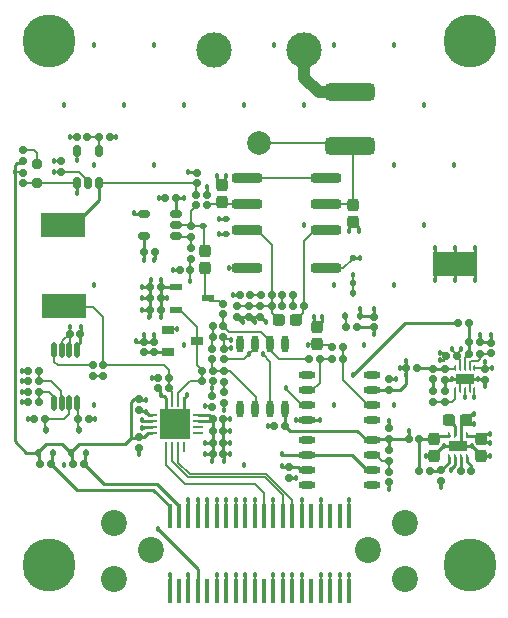
<source format=gtl>
G04*
G04 #@! TF.GenerationSoftware,Altium Limited,Altium Designer,19.1.8 (144)*
G04*
G04 Layer_Physical_Order=1*
G04 Layer_Color=255*
%FSLAX25Y25*%
%MOIN*%
G70*
G01*
G75*
%ADD13C,0.00787*%
%ADD14C,0.01000*%
%ADD15C,0.00500*%
G04:AMPARAMS|DCode=18|XSize=23.62mil|YSize=23.62mil|CornerRadius=5.91mil|HoleSize=0mil|Usage=FLASHONLY|Rotation=90.000|XOffset=0mil|YOffset=0mil|HoleType=Round|Shape=RoundedRectangle|*
%AMROUNDEDRECTD18*
21,1,0.02362,0.01181,0,0,90.0*
21,1,0.01181,0.02362,0,0,90.0*
1,1,0.01181,0.00591,0.00591*
1,1,0.01181,0.00591,-0.00591*
1,1,0.01181,-0.00591,-0.00591*
1,1,0.01181,-0.00591,0.00591*
%
%ADD18ROUNDEDRECTD18*%
G04:AMPARAMS|DCode=19|XSize=25.2mil|YSize=25.2mil|CornerRadius=6.3mil|HoleSize=0mil|Usage=FLASHONLY|Rotation=180.000|XOffset=0mil|YOffset=0mil|HoleType=Round|Shape=RoundedRectangle|*
%AMROUNDEDRECTD19*
21,1,0.02520,0.01260,0,0,180.0*
21,1,0.01260,0.02520,0,0,180.0*
1,1,0.01260,-0.00630,0.00630*
1,1,0.01260,0.00630,0.00630*
1,1,0.01260,0.00630,-0.00630*
1,1,0.01260,-0.00630,-0.00630*
%
%ADD19ROUNDEDRECTD19*%
G04:AMPARAMS|DCode=20|XSize=37.4mil|YSize=41.34mil|CornerRadius=9.35mil|HoleSize=0mil|Usage=FLASHONLY|Rotation=180.000|XOffset=0mil|YOffset=0mil|HoleType=Round|Shape=RoundedRectangle|*
%AMROUNDEDRECTD20*
21,1,0.03740,0.02264,0,0,180.0*
21,1,0.01870,0.04134,0,0,180.0*
1,1,0.01870,-0.00935,0.01132*
1,1,0.01870,0.00935,0.01132*
1,1,0.01870,0.00935,-0.01132*
1,1,0.01870,-0.00935,-0.01132*
%
%ADD20ROUNDEDRECTD20*%
G04:AMPARAMS|DCode=21|XSize=23.62mil|YSize=39.37mil|CornerRadius=5.91mil|HoleSize=0mil|Usage=FLASHONLY|Rotation=270.000|XOffset=0mil|YOffset=0mil|HoleType=Round|Shape=RoundedRectangle|*
%AMROUNDEDRECTD21*
21,1,0.02362,0.02756,0,0,270.0*
21,1,0.01181,0.03937,0,0,270.0*
1,1,0.01181,-0.01378,-0.00591*
1,1,0.01181,-0.01378,0.00591*
1,1,0.01181,0.01378,0.00591*
1,1,0.01181,0.01378,-0.00591*
%
%ADD21ROUNDEDRECTD21*%
%ADD22O,0.05709X0.02362*%
G04:AMPARAMS|DCode=23|XSize=25.2mil|YSize=25.2mil|CornerRadius=6.3mil|HoleSize=0mil|Usage=FLASHONLY|Rotation=90.000|XOffset=0mil|YOffset=0mil|HoleType=Round|Shape=RoundedRectangle|*
%AMROUNDEDRECTD23*
21,1,0.02520,0.01260,0,0,90.0*
21,1,0.01260,0.02520,0,0,90.0*
1,1,0.01260,0.00630,0.00630*
1,1,0.01260,0.00630,-0.00630*
1,1,0.01260,-0.00630,-0.00630*
1,1,0.01260,-0.00630,0.00630*
%
%ADD23ROUNDEDRECTD23*%
G04:AMPARAMS|DCode=24|XSize=149.61mil|YSize=79.92mil|CornerRadius=4mil|HoleSize=0mil|Usage=FLASHONLY|Rotation=180.000|XOffset=0mil|YOffset=0mil|HoleType=Round|Shape=RoundedRectangle|*
%AMROUNDEDRECTD24*
21,1,0.14961,0.07193,0,0,180.0*
21,1,0.14161,0.07992,0,0,180.0*
1,1,0.00799,-0.07081,0.03597*
1,1,0.00799,0.07081,0.03597*
1,1,0.00799,0.07081,-0.03597*
1,1,0.00799,-0.07081,-0.03597*
%
%ADD24ROUNDEDRECTD24*%
G04:AMPARAMS|DCode=25|XSize=23.62mil|YSize=23.62mil|CornerRadius=5.91mil|HoleSize=0mil|Usage=FLASHONLY|Rotation=180.000|XOffset=0mil|YOffset=0mil|HoleType=Round|Shape=RoundedRectangle|*
%AMROUNDEDRECTD25*
21,1,0.02362,0.01181,0,0,180.0*
21,1,0.01181,0.02362,0,0,180.0*
1,1,0.01181,-0.00591,0.00591*
1,1,0.01181,0.00591,0.00591*
1,1,0.01181,0.00591,-0.00591*
1,1,0.01181,-0.00591,-0.00591*
%
%ADD25ROUNDEDRECTD25*%
G04:AMPARAMS|DCode=26|XSize=7.87mil|YSize=19.68mil|CornerRadius=1.97mil|HoleSize=0mil|Usage=FLASHONLY|Rotation=180.000|XOffset=0mil|YOffset=0mil|HoleType=Round|Shape=RoundedRectangle|*
%AMROUNDEDRECTD26*
21,1,0.00787,0.01575,0,0,180.0*
21,1,0.00394,0.01968,0,0,180.0*
1,1,0.00394,-0.00197,0.00787*
1,1,0.00394,0.00197,0.00787*
1,1,0.00394,0.00197,-0.00787*
1,1,0.00394,-0.00197,-0.00787*
%
%ADD26ROUNDEDRECTD26*%
G04:AMPARAMS|DCode=27|XSize=59.06mil|YSize=35.43mil|CornerRadius=1.77mil|HoleSize=0mil|Usage=FLASHONLY|Rotation=180.000|XOffset=0mil|YOffset=0mil|HoleType=Round|Shape=RoundedRectangle|*
%AMROUNDEDRECTD27*
21,1,0.05906,0.03189,0,0,180.0*
21,1,0.05551,0.03543,0,0,180.0*
1,1,0.00354,-0.02776,0.01595*
1,1,0.00354,0.02776,0.01595*
1,1,0.00354,0.02776,-0.01595*
1,1,0.00354,-0.02776,-0.01595*
%
%ADD27ROUNDEDRECTD27*%
G04:AMPARAMS|DCode=28|XSize=37.4mil|YSize=41.34mil|CornerRadius=9.35mil|HoleSize=0mil|Usage=FLASHONLY|Rotation=270.000|XOffset=0mil|YOffset=0mil|HoleType=Round|Shape=RoundedRectangle|*
%AMROUNDEDRECTD28*
21,1,0.03740,0.02264,0,0,270.0*
21,1,0.01870,0.04134,0,0,270.0*
1,1,0.01870,-0.01132,-0.00935*
1,1,0.01870,-0.01132,0.00935*
1,1,0.01870,0.01132,0.00935*
1,1,0.01870,0.01132,-0.00935*
%
%ADD28ROUNDEDRECTD28*%
G04:AMPARAMS|DCode=29|XSize=9.84mil|YSize=19.68mil|CornerRadius=2.46mil|HoleSize=0mil|Usage=FLASHONLY|Rotation=0.000|XOffset=0mil|YOffset=0mil|HoleType=Round|Shape=RoundedRectangle|*
%AMROUNDEDRECTD29*
21,1,0.00984,0.01476,0,0,0.0*
21,1,0.00492,0.01968,0,0,0.0*
1,1,0.00492,0.00246,-0.00738*
1,1,0.00492,-0.00246,-0.00738*
1,1,0.00492,-0.00246,0.00738*
1,1,0.00492,0.00246,0.00738*
%
%ADD29ROUNDEDRECTD29*%
%ADD30O,0.03347X0.00984*%
%ADD31O,0.00984X0.03347*%
%ADD32O,0.02362X0.05709*%
G04:AMPARAMS|DCode=33|XSize=31.5mil|YSize=31.5mil|CornerRadius=7.87mil|HoleSize=0mil|Usage=FLASHONLY|Rotation=90.000|XOffset=0mil|YOffset=0mil|HoleType=Round|Shape=RoundedRectangle|*
%AMROUNDEDRECTD33*
21,1,0.03150,0.01575,0,0,90.0*
21,1,0.01575,0.03150,0,0,90.0*
1,1,0.01575,0.00787,0.00787*
1,1,0.01575,0.00787,-0.00787*
1,1,0.01575,-0.00787,-0.00787*
1,1,0.01575,-0.00787,0.00787*
%
%ADD33ROUNDEDRECTD33*%
G04:AMPARAMS|DCode=34|XSize=23.62mil|YSize=39.37mil|CornerRadius=5.91mil|HoleSize=0mil|Usage=FLASHONLY|Rotation=180.000|XOffset=0mil|YOffset=0mil|HoleType=Round|Shape=RoundedRectangle|*
%AMROUNDEDRECTD34*
21,1,0.02362,0.02756,0,0,180.0*
21,1,0.01181,0.03937,0,0,180.0*
1,1,0.01181,-0.00591,0.01378*
1,1,0.01181,0.00591,0.01378*
1,1,0.01181,0.00591,-0.01378*
1,1,0.01181,-0.00591,-0.01378*
%
%ADD34ROUNDEDRECTD34*%
%ADD35O,0.01968X0.05315*%
G04:AMPARAMS|DCode=36|XSize=18.5mil|YSize=23.62mil|CornerRadius=4.63mil|HoleSize=0mil|Usage=FLASHONLY|Rotation=0.000|XOffset=0mil|YOffset=0mil|HoleType=Round|Shape=RoundedRectangle|*
%AMROUNDEDRECTD36*
21,1,0.01850,0.01437,0,0,0.0*
21,1,0.00925,0.02362,0,0,0.0*
1,1,0.00925,0.00463,-0.00719*
1,1,0.00925,-0.00463,-0.00719*
1,1,0.00925,-0.00463,0.00719*
1,1,0.00925,0.00463,0.00719*
%
%ADD36ROUNDEDRECTD36*%
%ADD37R,0.03937X0.02559*%
%ADD38R,0.03937X0.02362*%
G04:AMPARAMS|DCode=39|XSize=18.5mil|YSize=23.62mil|CornerRadius=4.63mil|HoleSize=0mil|Usage=FLASHONLY|Rotation=90.000|XOffset=0mil|YOffset=0mil|HoleType=Round|Shape=RoundedRectangle|*
%AMROUNDEDRECTD39*
21,1,0.01850,0.01437,0,0,90.0*
21,1,0.00925,0.02362,0,0,90.0*
1,1,0.00925,0.00719,0.00463*
1,1,0.00925,0.00719,-0.00463*
1,1,0.00925,-0.00719,-0.00463*
1,1,0.00925,-0.00719,0.00463*
%
%ADD39ROUNDEDRECTD39*%
G04:AMPARAMS|DCode=40|XSize=31.5mil|YSize=100.79mil|CornerRadius=7.87mil|HoleSize=0mil|Usage=FLASHONLY|Rotation=90.000|XOffset=0mil|YOffset=0mil|HoleType=Round|Shape=RoundedRectangle|*
%AMROUNDEDRECTD40*
21,1,0.03150,0.08504,0,0,90.0*
21,1,0.01575,0.10079,0,0,90.0*
1,1,0.01575,0.04252,0.00787*
1,1,0.01575,0.04252,-0.00787*
1,1,0.01575,-0.04252,-0.00787*
1,1,0.01575,-0.04252,0.00787*
%
%ADD40ROUNDEDRECTD40*%
G04:AMPARAMS|DCode=41|XSize=23.23mil|YSize=17.72mil|CornerRadius=4.43mil|HoleSize=0mil|Usage=FLASHONLY|Rotation=270.000|XOffset=0mil|YOffset=0mil|HoleType=Round|Shape=RoundedRectangle|*
%AMROUNDEDRECTD41*
21,1,0.02323,0.00886,0,0,270.0*
21,1,0.01437,0.01772,0,0,270.0*
1,1,0.00886,-0.00443,-0.00719*
1,1,0.00886,-0.00443,0.00719*
1,1,0.00886,0.00443,0.00719*
1,1,0.00886,0.00443,-0.00719*
%
%ADD41ROUNDEDRECTD41*%
G04:AMPARAMS|DCode=42|XSize=59.06mil|YSize=165.35mil|CornerRadius=14.76mil|HoleSize=0mil|Usage=FLASHONLY|Rotation=90.000|XOffset=0mil|YOffset=0mil|HoleType=Round|Shape=RoundedRectangle|*
%AMROUNDEDRECTD42*
21,1,0.05906,0.13583,0,0,90.0*
21,1,0.02953,0.16535,0,0,90.0*
1,1,0.02953,0.06791,0.01476*
1,1,0.02953,0.06791,-0.01476*
1,1,0.02953,-0.06791,-0.01476*
1,1,0.02953,-0.06791,0.01476*
%
%ADD42ROUNDEDRECTD42*%
G04:AMPARAMS|DCode=43|XSize=15.75mil|YSize=82.68mil|CornerRadius=3.94mil|HoleSize=0mil|Usage=FLASHONLY|Rotation=0.000|XOffset=0mil|YOffset=0mil|HoleType=Round|Shape=RoundedRectangle|*
%AMROUNDEDRECTD43*
21,1,0.01575,0.07480,0,0,0.0*
21,1,0.00787,0.08268,0,0,0.0*
1,1,0.00787,0.00394,-0.03740*
1,1,0.00787,-0.00394,-0.03740*
1,1,0.00787,-0.00394,0.03740*
1,1,0.00787,0.00394,0.03740*
%
%ADD43ROUNDEDRECTD43*%
G04:AMPARAMS|DCode=44|XSize=62.99mil|YSize=35.43mil|CornerRadius=1.77mil|HoleSize=0mil|Usage=FLASHONLY|Rotation=0.000|XOffset=0mil|YOffset=0mil|HoleType=Round|Shape=RoundedRectangle|*
%AMROUNDEDRECTD44*
21,1,0.06299,0.03189,0,0,0.0*
21,1,0.05945,0.03543,0,0,0.0*
1,1,0.00354,0.02972,-0.01595*
1,1,0.00354,-0.02972,-0.01595*
1,1,0.00354,-0.02972,0.01595*
1,1,0.00354,0.02972,0.01595*
%
%ADD44ROUNDEDRECTD44*%
G04:AMPARAMS|DCode=45|XSize=102.36mil|YSize=102.36mil|CornerRadius=2.56mil|HoleSize=0mil|Usage=FLASHONLY|Rotation=180.000|XOffset=0mil|YOffset=0mil|HoleType=Round|Shape=RoundedRectangle|*
%AMROUNDEDRECTD45*
21,1,0.10236,0.09724,0,0,180.0*
21,1,0.09724,0.10236,0,0,180.0*
1,1,0.00512,-0.04862,0.04862*
1,1,0.00512,0.04862,0.04862*
1,1,0.00512,0.04862,-0.04862*
1,1,0.00512,-0.04862,-0.04862*
%
%ADD45ROUNDEDRECTD45*%
%ADD46C,0.07874*%
%ADD47C,0.11811*%
%ADD48C,0.17717*%
%ADD49C,0.08661*%
%ADD50C,0.04000*%
%ADD51C,0.01800*%
D13*
X128189Y57087D02*
X128347Y57244D01*
X155118Y73425D02*
Y77165D01*
X151969Y73425D02*
Y77165D01*
X156693Y71260D02*
Y73425D01*
X153543Y71260D02*
Y73425D01*
X150394Y70472D02*
Y73425D01*
X149409Y69488D02*
X150394Y70472D01*
X146850Y69488D02*
X149409D01*
X142913D02*
X146850D01*
X150303Y85366D02*
Y85917D01*
X149213Y87008D02*
X150303Y85917D01*
Y85366D02*
X151024Y84646D01*
X152362Y86734D02*
Y87008D01*
X151744Y86116D02*
X152362Y86734D01*
X151744Y85366D02*
Y86116D01*
X151024Y84646D02*
X151744Y85366D01*
X160394Y80709D02*
X162598D01*
X160236Y80551D02*
X160394Y80709D01*
X160236Y80551D02*
Y82677D01*
X146850Y80551D02*
X150394D01*
X89173Y101575D02*
Y105118D01*
X89173Y105118D01*
X81605Y85324D02*
X83720Y87439D01*
X79904Y83622D02*
X81605Y85324D01*
X113779Y94685D02*
X113976Y94488D01*
X113779Y94685D02*
Y98032D01*
X113583Y98228D02*
X113779Y98032D01*
X113051Y114173D02*
X116142Y117264D01*
X107165Y114173D02*
X113051D01*
X116142Y117264D02*
Y117539D01*
Y105709D02*
Y109232D01*
Y111811D01*
X74803Y114173D02*
X81024D01*
X156693Y80905D02*
X159882D01*
X160236Y80551D01*
X150394D02*
Y80905D01*
X155512Y83071D02*
X157874D01*
X158465Y83661D01*
X155118Y82677D02*
X155512Y83071D01*
X151024Y84518D02*
Y84646D01*
Y84518D02*
X151969Y83573D01*
Y80905D02*
Y83573D01*
X162106Y85532D02*
X162205Y85630D01*
X158563Y85532D02*
X162106D01*
X158465Y85433D02*
X158563Y85532D01*
X155118Y80905D02*
Y82677D01*
X158465Y83661D02*
Y85433D01*
X153543Y84006D02*
X154921Y85384D01*
X153543Y80905D02*
Y84006D01*
X64173Y89075D02*
X64862Y89764D01*
X63484D02*
X64173Y90453D01*
X73071Y51968D02*
X75197D01*
X73071Y55905D02*
X75197D01*
X73071Y59842D02*
X75197D01*
X73071Y63779D02*
X75197D01*
X73228Y66929D02*
Y69095D01*
X66929Y68110D02*
X67047Y67992D01*
X69173D01*
X69291Y67874D01*
X21929Y94370D02*
X22047Y94488D01*
X21929Y92244D02*
Y94370D01*
X21811Y92126D02*
X21929Y92244D01*
X19419Y86939D02*
Y89734D01*
X19193Y86713D02*
X19419Y86939D01*
Y89734D02*
X21781Y92097D01*
X21811Y92126D01*
X21781Y86742D02*
Y92097D01*
X21752Y86713D02*
X21781Y86742D01*
X3543Y146063D02*
X3642Y145965D01*
X6201D01*
X6299Y145866D01*
X11024Y148917D02*
Y152362D01*
X11024Y148917D02*
X11024Y148917D01*
X10039Y153347D02*
X11024Y152362D01*
X6299Y153347D02*
X10039D01*
X10974Y142372D02*
X11024Y142421D01*
X6348Y142372D02*
X10974D01*
X6299Y142323D02*
X6348Y142372D01*
X24114Y142421D02*
X24213Y142323D01*
X11024Y142421D02*
X24114D01*
X37402Y157874D02*
X37402Y157874D01*
X35236Y157874D02*
X37402D01*
X22047Y157874D02*
X22047Y157874D01*
X24213D01*
X24311Y150098D02*
X24409Y150000D01*
X24311Y150098D02*
Y152854D01*
X24213Y152953D02*
X24311Y152854D01*
X16535Y149606D02*
X16772Y149843D01*
X18898D01*
X16535Y146063D02*
X16614Y146142D01*
X18819D01*
X18898Y146221D01*
X24843D01*
X27953Y143110D01*
Y142323D02*
Y143110D01*
X31693Y152953D02*
Y157874D01*
X27756D02*
X31693D01*
X31693Y142323D02*
X64173D01*
X31693Y142323D02*
X31693Y142323D01*
X5906Y72835D02*
X8071D01*
X8071Y72835D01*
X5906Y79921D02*
X8071D01*
X20472Y101181D02*
X29528D01*
X20079Y101575D02*
X20472Y101181D01*
X29528D02*
X33071Y97638D01*
Y81693D02*
Y97638D01*
X53347Y81693D02*
X54921Y80118D01*
Y77559D02*
Y80118D01*
X33071Y81693D02*
X53347D01*
X33071Y78150D02*
X33071Y78150D01*
X29528Y78150D02*
X33071D01*
X17913Y81693D02*
X29528D01*
X16732Y82874D02*
X17913Y81693D01*
X16732Y82874D02*
Y86614D01*
X16634Y86713D02*
X16732Y86614D01*
X24705Y60138D02*
X24803Y60039D01*
X24705Y60138D02*
Y63681D01*
X24606Y63779D02*
X24705Y63681D01*
X13681Y60138D02*
X13780Y60039D01*
X13681Y60138D02*
Y63681D01*
X13583Y63779D02*
X13681Y63681D01*
X20079Y63779D02*
X21654Y65354D01*
X13583Y63779D02*
X20079D01*
X21654Y65354D02*
Y69095D01*
X21752Y69193D01*
X24459Y63927D02*
X24606Y63779D01*
X24459Y63927D02*
Y69045D01*
X24311Y69193D02*
X24459Y69045D01*
X11614Y76378D02*
Y79921D01*
X11614Y76378D02*
X11614Y76378D01*
X11614Y76378D02*
X15748D01*
X19094Y73032D01*
Y69291D02*
Y73032D01*
Y69291D02*
X19193Y69193D01*
X11614Y69291D02*
Y72835D01*
X11614Y69291D02*
X11614Y69291D01*
X16634Y69193D02*
Y71161D01*
X14961Y72835D02*
X16634Y71161D01*
X11614Y72835D02*
X14961D01*
X114961Y31299D02*
Y36614D01*
X105512Y31299D02*
Y36614D01*
X99213Y31299D02*
Y36614D01*
X89764Y31299D02*
Y36614D01*
X83465Y31299D02*
Y36614D01*
X80315Y31299D02*
Y36614D01*
X77165D02*
X77165Y36614D01*
Y31299D02*
Y36614D01*
X74016Y31299D02*
Y36614D01*
X70866Y31299D02*
Y36614D01*
Y6496D02*
Y11811D01*
X77165D02*
X77165Y11811D01*
Y6496D02*
Y11811D01*
X83465Y6496D02*
Y11811D01*
X89764Y6496D02*
Y11811D01*
X92913Y6496D02*
Y11811D01*
X96063Y6496D02*
Y11811D01*
X99213Y6496D02*
Y11811D01*
X105512Y6496D02*
Y11811D01*
X108661Y6496D02*
Y11811D01*
X111811Y6496D02*
Y11811D01*
X114961Y6496D02*
Y11811D01*
X125787Y49803D02*
X128347D01*
X123944Y51646D02*
X125787Y49803D01*
X122606Y51646D02*
X123944D01*
X122539Y51713D02*
X122606Y51646D01*
X128347Y46260D02*
Y49803D01*
X122539Y56713D02*
X122913Y57087D01*
X122165D02*
X122539Y56713D01*
X93543Y61417D02*
X93632Y61506D01*
X54921Y77559D02*
X54921Y77559D01*
Y74016D02*
Y77559D01*
Y73909D02*
Y74016D01*
Y73909D02*
X56004Y72826D01*
Y69587D02*
Y72826D01*
X83465Y42126D02*
X86614Y38976D01*
X60236Y42126D02*
X83465D01*
X54035Y48327D02*
X60236Y42126D01*
X54035Y48327D02*
Y54429D01*
X86614Y31299D02*
Y38976D01*
X61811Y76378D02*
X65945D01*
X57972Y72539D02*
X61811Y76378D01*
X57972Y69587D02*
Y72539D01*
X64075Y142224D02*
X64173Y142323D01*
X64075Y138681D02*
Y142224D01*
X63976Y138583D02*
X64075Y138681D01*
X114370Y155905D02*
X115354Y154921D01*
X85039Y155905D02*
X114370D01*
X115354Y154921D02*
X116142Y154134D01*
Y135138D02*
Y154134D01*
X115994Y135285D02*
X116142Y135138D01*
X107313Y135285D02*
X115994D01*
X107165Y135433D02*
X107313Y135285D01*
X81024Y144095D02*
X107165D01*
X82087Y105118D02*
X85630D01*
X85433Y101417D02*
X89016D01*
X81496D02*
X85433D01*
X89016D02*
X89173Y101575D01*
X85433Y101417D02*
X85590Y101575D01*
X77559Y101417D02*
X81496D01*
X91634Y96850D02*
Y96947D01*
X89368Y99213D02*
X91634Y96947D01*
X89368Y99213D02*
Y101380D01*
X89173Y101575D02*
X89368Y101380D01*
X92716Y101575D02*
X92716Y101575D01*
X92716Y101575D02*
Y105118D01*
X96260Y101575D02*
Y105118D01*
X97342Y96850D02*
Y96947D01*
X99609Y99213D01*
Y101380D01*
X99803Y101575D01*
X67716Y103937D02*
X67913D01*
X66929Y104724D02*
X67716Y103937D01*
X66929Y104724D02*
Y114075D01*
X62205Y133161D02*
X63976Y134933D01*
X62205Y128189D02*
Y133161D01*
X63976Y134933D02*
Y135039D01*
X71752Y135433D02*
X72441Y136122D01*
X67913Y135433D02*
X71752D01*
X67520Y135039D02*
X67913Y135433D01*
X73130D02*
X81024D01*
X72441Y136122D02*
X73130Y135433D01*
Y90847D02*
X73625Y90351D01*
X73130Y87343D02*
X73228Y87244D01*
X73130Y87343D02*
Y90847D01*
X73032Y90945D02*
X73130Y90847D01*
X75397Y90351D02*
X75590Y90158D01*
X73625Y90351D02*
X75397D01*
X75512Y87323D02*
X75590Y87402D01*
X73307Y87323D02*
X75512D01*
X73228Y87244D02*
X73307Y87323D01*
X61811Y109843D02*
X61910Y109941D01*
Y113287D01*
X62008Y113386D01*
X86221Y85433D02*
X88721Y82933D01*
Y67224D02*
Y82933D01*
X73228Y83622D02*
X79904D01*
X83720Y87439D02*
Y88681D01*
X94095Y73681D02*
X99410Y68366D01*
X94095Y73681D02*
Y74016D01*
X103737Y88284D02*
X104183Y88730D01*
X101181Y88583D02*
X101329Y88730D01*
X104183D01*
X104331Y88878D01*
X104872Y88337D02*
X104971Y88238D01*
X104331Y88878D02*
X104872Y88337D01*
X108711D02*
X109252Y87795D01*
X104872Y88337D02*
X108711D01*
X109252Y87795D02*
X109892Y88435D01*
X54921Y93701D02*
X57480D01*
X54724Y93504D02*
X54921Y93701D01*
X105315Y83858D02*
X109213D01*
X91732Y83858D02*
X91732Y83858D01*
X101772D01*
X112795Y87795D02*
X112815Y87776D01*
Y83878D02*
Y87776D01*
Y83878D02*
X112835Y83858D01*
Y76829D02*
Y83858D01*
Y76829D02*
X121297Y68366D01*
X105315Y75925D02*
Y83858D01*
X102756Y73366D02*
X105315Y75925D01*
X101083Y73366D02*
X102756D01*
X121297Y68366D02*
X122539D01*
X69291Y71496D02*
Y74016D01*
X83858Y67362D02*
Y71260D01*
X75394Y79724D02*
X83858Y71260D01*
X73228Y79724D02*
X75394D01*
X69291Y74016D02*
X69390Y74114D01*
Y76279D01*
X69488Y76378D01*
X99410Y68366D02*
X101083D01*
X64173Y81693D02*
Y89075D01*
Y81693D02*
X65945Y79921D01*
X58465Y100197D02*
X64173Y94488D01*
Y90453D02*
Y94488D01*
Y89764D02*
X64862D01*
X65945Y76378D02*
Y79921D01*
X65945Y79921D02*
X65945Y79921D01*
X73228Y72638D02*
Y76181D01*
X73130Y79823D02*
X73228Y79724D01*
X69587Y79823D02*
X73130D01*
X69488Y79921D02*
X69587Y79823D01*
X69291Y83622D02*
X69390Y83524D01*
Y80020D02*
Y83524D01*
Y80020D02*
X69488Y79921D01*
X83720Y67224D02*
X83858Y67362D01*
X88721Y86870D02*
X91732Y83858D01*
X88721Y86870D02*
Y88681D01*
X62008Y113386D02*
X62106Y113484D01*
Y117028D01*
X62205Y117126D01*
Y120669D02*
Y124567D01*
X62205Y124567D02*
X62205Y124567D01*
X62185Y124587D02*
X62205Y124567D01*
X57303Y124587D02*
X62185D01*
X57284Y124606D02*
X57303Y124587D01*
X66634Y120079D02*
X66929Y119783D01*
X66634Y120079D02*
Y127657D01*
X66339Y127953D02*
X66634Y127657D01*
X66220Y128071D02*
X66339Y127953D01*
X62323Y128071D02*
X66220D01*
X62205Y128189D02*
X62323Y128071D01*
X62126Y128268D02*
X62205Y128189D01*
X57362Y128268D02*
X62126D01*
X57284Y128347D02*
X57362Y128268D01*
X57284Y100197D02*
X58465D01*
X63484Y89764D02*
X64173D01*
X69291Y87244D02*
X69390Y87343D01*
Y90847D01*
X69488Y90945D01*
X69488Y90945D01*
Y94882D01*
X72728Y102165D02*
X72835D01*
X71744Y103150D02*
X72728Y102165D01*
X68701Y103150D02*
X71744D01*
X67913Y103937D02*
X68701Y103150D01*
X72933Y94980D02*
X73032Y94882D01*
X72933Y94980D02*
Y98524D01*
X72835Y98622D02*
X72933Y98524D01*
X85730Y92913D02*
X88721Y89923D01*
X75000Y92913D02*
X85730D01*
X73032Y94882D02*
X75000Y92913D01*
X88721Y88681D02*
Y89923D01*
X89370Y105315D02*
Y121677D01*
X84275Y126772D02*
X89370Y121677D01*
X89173Y105118D02*
X89370Y105315D01*
X81024Y126772D02*
X84275D01*
X100000Y101772D02*
Y123071D01*
X99803Y101575D02*
X100000Y101772D01*
Y123071D02*
X103701Y126772D01*
X107165D01*
X88583Y88543D02*
X88721Y88681D01*
D14*
X128347Y60866D02*
Y62992D01*
Y40551D02*
Y42717D01*
X134055Y75394D02*
Y78543D01*
X132047Y73386D02*
X134055Y75394D01*
X128347Y73386D02*
X132047D01*
X46910Y66295D02*
X47244Y65961D01*
X44882Y51968D02*
Y54094D01*
X143701Y115354D02*
Y120866D01*
Y110236D02*
Y115354D01*
X154724Y62205D02*
Y63386D01*
X151181Y54724D02*
X152165Y55709D01*
X52362Y71870D02*
X52732Y71500D01*
X154724Y62205D02*
X156693D01*
X154724Y62205D02*
X154724Y62205D01*
X156004Y65354D02*
X156693D01*
X154035Y63386D02*
X156004Y65354D01*
X152165Y55709D02*
Y58464D01*
X101083Y63366D02*
X101102Y63386D01*
X105118D01*
X97244D02*
X97254Y63376D01*
X101073D01*
X101083Y63366D01*
X24213Y142323D02*
X24311Y142224D01*
Y139075D02*
X24409Y138976D01*
X24311Y139075D02*
Y142224D01*
X51181Y27165D02*
X64567Y13780D01*
Y6496D02*
Y13780D01*
X43307Y132283D02*
X43406Y132185D01*
X46555D01*
X46654Y132087D01*
X55118Y6496D02*
Y11811D01*
X61417D02*
X61417Y11811D01*
Y6496D02*
Y11811D01*
X123228Y92126D02*
Y94291D01*
X123130Y94390D02*
X123228Y94291D01*
X117618Y94390D02*
X123130D01*
X117520Y94488D02*
X117618Y94390D01*
X116142Y117264D02*
X116309Y117431D01*
X118396D02*
X118504Y117323D01*
X116309Y117431D02*
X118396D01*
X74016Y6496D02*
Y11811D01*
X80315Y6496D02*
Y11811D01*
X150394Y110236D02*
Y115354D01*
Y120866D01*
X157087Y110236D02*
Y113779D01*
X155512Y115354D02*
X157087Y113779D01*
X151893Y115354D02*
X155512D01*
X150394D02*
X151893D01*
X157087Y118850D02*
Y120866D01*
X155390Y118850D02*
X157087D01*
X151893Y115354D02*
X155390Y118850D01*
X143701Y115354D02*
X150394D01*
X25512Y94410D02*
X25591Y94488D01*
X25512Y92205D02*
Y94410D01*
X25433Y92126D02*
X25512Y92205D01*
X25433Y89366D02*
Y92126D01*
X24311Y88244D02*
X25433Y89366D01*
X24311Y86713D02*
Y88244D01*
X56299Y113386D02*
X58465D01*
X134941Y59744D02*
X135039Y59842D01*
X134941Y57185D02*
Y59744D01*
X134843Y57087D02*
X134941Y57185D01*
X145669Y40945D02*
X145669Y40945D01*
Y43110D01*
X160630Y58661D02*
X161811D01*
X159153Y57185D02*
X160630Y58661D01*
X161658Y56059D02*
X161811Y55905D01*
X160182Y56059D02*
X161658D01*
X159055Y57185D02*
X160182Y56059D01*
X159055Y57185D02*
X159153D01*
X158260Y57980D02*
X159055Y57185D01*
X154142Y57980D02*
X158260D01*
X154134Y57988D02*
X154142Y57980D01*
X154134Y57988D02*
Y58464D01*
X138386Y46457D02*
Y57087D01*
X154035Y63347D02*
Y63386D01*
X152165Y61477D02*
X154035Y63347D01*
X152165Y58464D02*
Y61477D01*
X148327Y63347D02*
Y63386D01*
Y63347D02*
X150197Y61477D01*
Y58464D02*
Y61477D01*
X155748Y46457D02*
Y48189D01*
X154134Y49803D02*
X155748Y48189D01*
X154134Y49803D02*
Y50984D01*
X152126Y46457D02*
X152157Y46488D01*
Y50976D01*
X152165Y50984D01*
X148819Y46850D02*
Y47067D01*
X150197Y48445D01*
Y50984D01*
X145571Y46555D02*
X145669Y46654D01*
X142028Y46555D02*
X145571D01*
X141929Y46457D02*
X142028Y46555D01*
X145669Y46654D02*
X148221Y49205D01*
Y50976D01*
X148228Y50984D01*
X161713Y51476D02*
X161811Y51575D01*
X159055Y51476D02*
X161713D01*
X140551Y51575D02*
X140600Y51526D01*
X143258D01*
X143307Y51476D01*
X155905Y54724D02*
X155955D01*
X159055Y51624D01*
Y51476D02*
Y51624D01*
X153150Y54724D02*
X155905D01*
X151181D02*
X153150D01*
X151181Y54724D02*
X151181Y54724D01*
X153150Y54724D02*
X153150Y54724D01*
X151181Y54724D02*
X153150D01*
X149213Y54724D02*
X151181D01*
X146457D02*
X149213D01*
X151181D02*
X151181Y54724D01*
X149213Y54724D02*
X149213Y54724D01*
X151181D01*
X146407Y54724D02*
X146457D01*
X143307Y51624D02*
X146407Y54724D01*
X143307Y51476D02*
Y51624D01*
X148228Y57988D02*
Y58464D01*
X148221Y57980D02*
X148228Y57988D01*
X144102Y57980D02*
X148221D01*
X143307Y57185D02*
X144102Y57980D01*
X138484Y57185D02*
X143307D01*
X138386Y57087D02*
X138484Y57185D01*
X145276Y83465D02*
X146221D01*
X147402Y84646D01*
X145276Y85827D02*
X146221D01*
X147402Y84646D01*
X160236Y74803D02*
Y76929D01*
X160000Y77165D02*
X160236Y76929D01*
X157874Y77165D02*
X160000D01*
X155118D02*
X157874D01*
X153543D02*
X155118D01*
X151969D02*
X153543D01*
X149213D02*
X151969D01*
X146850Y73032D02*
X146850Y73032D01*
X146850Y73032D02*
Y76929D01*
X148976D02*
X149213Y77165D01*
X146850Y76929D02*
X148976D01*
X142913Y73032D02*
X142913Y73032D01*
X142913Y73032D02*
Y76968D01*
X146831Y80532D02*
X146850Y80551D01*
X142933Y80532D02*
X146831D01*
X142913Y80512D02*
X142933Y80532D01*
X142815Y80610D02*
X142913Y80512D01*
X137697Y80610D02*
X142815D01*
X137598Y80709D02*
X137697Y80610D01*
X133858Y78347D02*
X134055Y78543D01*
Y80709D01*
X133858Y83071D02*
X133957Y82973D01*
Y80807D02*
Y82973D01*
Y80807D02*
X134055Y80709D01*
X131890D02*
X134055D01*
X46063Y100000D02*
X48583D01*
X46063Y103937D02*
X48583D01*
X46063Y107874D02*
X48583D01*
Y103937D02*
Y107874D01*
Y100000D02*
Y103937D01*
X48583Y100000D02*
X48583Y100000D01*
X48425Y97638D02*
X48504Y97716D01*
Y99921D01*
X48583Y100000D01*
X48583Y110000D02*
X48819Y110236D01*
X48583Y107874D02*
Y110000D01*
X52205Y110079D02*
X52362Y110236D01*
X52205Y107874D02*
Y110079D01*
X52284Y97716D02*
X52362Y97638D01*
X52284Y97716D02*
Y99921D01*
X52205Y100000D02*
X52284Y99921D01*
X52205Y103937D02*
X54331D01*
X52205Y100000D02*
X52205Y100000D01*
Y103937D01*
Y107874D01*
X57185Y107776D02*
X57284Y107677D01*
X52303Y107776D02*
X57185D01*
X52205Y107874D02*
X52303Y107776D01*
X49213Y77559D02*
X51378D01*
X3642Y145965D02*
Y148524D01*
X116142Y78347D02*
X133465Y95669D01*
X151378D01*
X43110Y70276D02*
X44882D01*
X42126Y69291D02*
X43110Y70276D01*
X42126Y57480D02*
Y69291D01*
X48031Y59055D02*
X49409D01*
X46772Y57795D02*
X48031Y59055D01*
X44961Y57795D02*
X46772D01*
X40157Y55512D02*
X42126Y57480D01*
X24941Y55512D02*
X40157D01*
X67716Y31299D02*
Y36614D01*
X64567Y31299D02*
Y36614D01*
X61417D02*
X61417Y36614D01*
Y31299D02*
Y36614D01*
X59842Y59055D02*
Y59153D01*
X56988Y62008D02*
X59842Y59153D01*
X53937Y59055D02*
X56890Y62008D01*
X56988D01*
X54035Y64961D02*
X56988Y62008D01*
X54035Y64961D02*
Y69587D01*
X56988Y62008D02*
X59941Y64961D01*
Y69587D01*
Y70571D02*
X61024Y71653D01*
X59941Y69587D02*
Y70571D01*
X52732Y71500D02*
X53287D01*
X54035Y70752D01*
Y69587D02*
Y70752D01*
X52362Y71653D02*
Y71870D01*
X52003Y72229D02*
X52362Y71870D01*
X52003Y72229D02*
Y73391D01*
X51378Y74016D02*
X52003Y73391D01*
X105905Y96161D02*
Y97638D01*
X104331Y94587D02*
X105905Y96161D01*
X103150Y95768D02*
X104331Y94587D01*
X103150Y95768D02*
Y97638D01*
X123228Y97835D02*
Y100394D01*
X123031Y98032D02*
X123228Y97835D01*
X118898Y98032D02*
X123031D01*
X118701Y98228D02*
X118898Y98032D01*
X118504Y100394D02*
X118701Y100197D01*
Y98228D02*
Y100197D01*
X162106Y89272D02*
X162205Y89173D01*
X158602Y89272D02*
X162106D01*
X158504Y89370D02*
X158602Y89272D01*
X162205Y91732D02*
X162205Y91732D01*
Y89173D02*
Y91732D01*
X158583Y91654D02*
X158661Y91732D01*
X158583Y89449D02*
Y91654D01*
X158504Y89370D02*
X158583Y89449D01*
X154882Y89370D02*
X154902Y89350D01*
Y85453D02*
Y89350D01*
Y85453D02*
X154921Y85433D01*
Y85384D02*
Y85433D01*
X154902Y95650D02*
X154921Y95669D01*
X154902Y89390D02*
Y95650D01*
X154882Y89370D02*
X154902Y89390D01*
X151378Y95669D02*
X151378Y95669D01*
X47146Y70177D02*
X47244Y70079D01*
X44980Y70177D02*
X47146D01*
X44882Y70276D02*
X44980Y70177D01*
X44252Y57087D02*
X44646Y57480D01*
X42126D02*
X44646D01*
X44882Y57717D01*
X22244Y52815D02*
X24941Y55512D01*
X13917D02*
X19291D01*
X21563Y53240D01*
X21819D01*
X22244Y52815D01*
Y52559D02*
Y52815D01*
X11220D02*
X13917Y55512D01*
X11220Y52559D02*
Y52815D01*
X7283Y52559D02*
X11220D01*
X3543Y56299D02*
X7283Y52559D01*
X3543Y56299D02*
Y146063D01*
X3642Y148524D02*
X4296Y149178D01*
X5674D01*
X6299Y149803D01*
X19685Y128347D02*
X23169D01*
X31693Y136870D01*
Y142323D01*
X22244Y52559D02*
X22638Y52165D01*
Y49213D02*
Y52165D01*
Y49213D02*
X23031Y48819D01*
X11220Y52559D02*
X11614Y52165D01*
Y49213D02*
Y52165D01*
Y49213D02*
X12008Y48819D01*
X26969Y52165D02*
X27362Y52559D01*
X26969Y49213D02*
Y52165D01*
X26575Y48819D02*
X26969Y49213D01*
X26575Y48819D02*
X33268Y42126D01*
X50787D01*
X58268Y34646D01*
Y31299D02*
Y34646D01*
X15551Y48819D02*
X15945Y49213D01*
Y52165D01*
X16339Y52559D01*
X15551Y48819D02*
X24213Y40157D01*
X49606D01*
X55118Y34646D01*
Y31299D02*
Y34646D01*
X46457Y62992D02*
X49409D01*
X46063Y63386D02*
X46457Y62992D01*
X46063Y60630D02*
X46279D01*
X46665Y61016D01*
X49402D01*
X49409Y61024D01*
X44882Y57717D02*
X44961Y57795D01*
X45319Y66295D02*
X46910D01*
X44882Y66732D02*
X45319Y66295D01*
X47244Y65961D02*
Y66142D01*
Y65961D02*
X48244Y64961D01*
X49409D01*
X92520Y51968D02*
X92648Y51841D01*
X100955D01*
X101083Y51713D01*
X130551Y77008D02*
X130709Y77165D01*
X128347Y77008D02*
X130551D01*
X128337Y73376D02*
X128347Y73386D01*
X122549Y73376D02*
X128337D01*
X122539Y73366D02*
X122549Y73376D01*
X128347Y57244D02*
X128425Y57165D01*
X134764D01*
X134843Y57087D01*
X71653Y125591D02*
X71850Y125394D01*
X73819D01*
X71653Y130315D02*
X71752Y130413D01*
X73721D01*
X73819Y130512D01*
X67618Y140847D02*
X67716Y140945D01*
X67618Y138681D02*
Y140847D01*
X67520Y138583D02*
X67618Y138681D01*
X50000Y116929D02*
X50236Y117165D01*
Y119291D01*
X46457Y116929D02*
X46614Y117087D01*
Y119291D01*
X46634Y119311D01*
Y124587D01*
X46654Y124606D01*
X51575Y137402D02*
X53701D01*
X57303Y137382D02*
X57323Y137402D01*
X57303Y132106D02*
Y137382D01*
X57284Y132087D02*
X57303Y132106D01*
X57323Y137402D02*
X59842D01*
X61417Y146063D02*
X61516Y145965D01*
X64075D01*
X64173Y145866D01*
X28150Y63779D02*
X30315D01*
X5906Y76378D02*
X8071D01*
X5906Y69291D02*
X8071D01*
X7874Y63779D02*
X10039D01*
X70866Y143405D02*
X72441Y141831D01*
X70866Y143405D02*
Y144882D01*
X74016Y144665D02*
Y144882D01*
X73542Y144192D02*
X74016Y144665D01*
X73542Y142932D02*
Y144192D01*
X72441Y141831D02*
X73542Y142932D01*
X118110Y126378D02*
Y127461D01*
X116142Y129429D02*
X118110Y127461D01*
X114961Y126378D02*
Y128248D01*
X116142Y129429D01*
X44094Y89764D02*
X44291Y89567D01*
X46457D01*
X50000D01*
X46457D02*
Y91732D01*
X50000Y89567D02*
Y91732D01*
X46457Y86024D02*
X50000D01*
X50000Y86024D01*
X54724D01*
X79291Y96063D02*
X79528D01*
X77559Y97795D02*
X79291Y96063D01*
X81566Y97795D02*
X85433D01*
X77559D02*
X81496D01*
X85669D02*
X87402Y96063D01*
X85433Y97795D02*
X85669D01*
X83299Y96063D02*
X83465D01*
X81566Y97795D02*
X83299Y96063D01*
X81496Y97795D02*
X81566D01*
X76378Y105118D02*
X76378Y105118D01*
X78543D01*
X92520Y48031D02*
X92677Y47874D01*
X94882D01*
X99041Y46713D02*
X101083D01*
X97879Y47874D02*
X99041Y46713D01*
X94882Y47874D02*
X97879D01*
X97165Y44173D02*
X97244Y44094D01*
X94961Y44173D02*
X97165D01*
X94882Y44252D02*
X94961Y44173D01*
X87795Y61417D02*
X89921D01*
X73150Y49685D02*
X73228Y49606D01*
X73150Y49685D02*
Y51890D01*
X73071Y51968D02*
X73150Y51890D01*
X73071Y51968D02*
Y55905D01*
Y59842D01*
Y63779D01*
X69291Y49606D02*
X69370Y49685D01*
Y51890D01*
X69449Y51968D01*
X66929D02*
X69449D01*
X66929Y55905D02*
X69449D01*
Y51968D02*
Y55905D01*
Y59842D01*
Y63779D01*
X69321D02*
X69449D01*
X68534Y62992D02*
X69321Y63779D01*
X64567Y62992D02*
X68534D01*
X68140Y64961D02*
X69321Y63779D01*
X64567Y64961D02*
X68140D01*
X117717Y59842D02*
X120473Y57087D01*
X95246Y59842D02*
X117717D01*
X93671Y61417D02*
X95246Y59842D01*
X101083Y51713D02*
X115866D01*
X120866Y46713D01*
X122539D01*
X120473Y57087D02*
X122165D01*
X128347Y53347D02*
Y57244D01*
X122913Y57087D02*
X128189D01*
X93543Y61417D02*
X93671D01*
X93632Y61506D02*
Y67136D01*
X93721Y67224D01*
D15*
X56004Y49668D02*
Y54429D01*
Y49668D02*
X61397Y44276D01*
X86987D01*
X92913Y38350D01*
Y31299D02*
Y38350D01*
X87402Y45276D02*
X96063Y36614D01*
X61811Y45276D02*
X87402D01*
X57972Y49114D02*
X61811Y45276D01*
X57972Y49114D02*
Y54429D01*
X96063Y31299D02*
Y36614D01*
D18*
X113976Y94488D02*
D03*
X117520D02*
D03*
X109252Y87795D02*
D03*
X112795D02*
D03*
X73032Y90945D02*
D03*
X69488D02*
D03*
X67520Y135039D02*
D03*
X63976D02*
D03*
X158465Y85433D02*
D03*
X154921D02*
D03*
X134055Y80709D02*
D03*
X137598D02*
D03*
X151378Y95669D02*
D03*
X154921D02*
D03*
X138386Y46457D02*
D03*
X141929D02*
D03*
X134843Y57087D02*
D03*
X138386D02*
D03*
X92716Y105118D02*
D03*
X96260D02*
D03*
X89173D02*
D03*
X85630D02*
D03*
X96260Y101575D02*
D03*
X99803D02*
D03*
X89173D02*
D03*
X92716D02*
D03*
X82087Y105118D02*
D03*
X78543D02*
D03*
X62008Y113386D02*
D03*
X58465D02*
D03*
X54921Y74016D02*
D03*
X51378D02*
D03*
X51378Y77559D02*
D03*
X54921D02*
D03*
X69488Y76378D02*
D03*
X65945D02*
D03*
X65945Y79921D02*
D03*
X69488D02*
D03*
X73032Y94882D02*
D03*
X69488D02*
D03*
X31693Y157874D02*
D03*
X35236D02*
D03*
X24213D02*
D03*
X27756D02*
D03*
X8071Y69291D02*
D03*
X11614D02*
D03*
X11614Y72835D02*
D03*
X8071D02*
D03*
X8071Y76378D02*
D03*
X11614D02*
D03*
X11614Y79921D02*
D03*
X8071D02*
D03*
X10039Y63779D02*
D03*
X13583D02*
D03*
X28150D02*
D03*
X24606D02*
D03*
X12008Y48819D02*
D03*
X15551D02*
D03*
X23031D02*
D03*
X26575D02*
D03*
X67520Y138583D02*
D03*
X63976D02*
D03*
X105315Y83858D02*
D03*
X101772D02*
D03*
D19*
X73228Y87244D02*
D03*
Y83622D02*
D03*
X62205Y128189D02*
D03*
Y124567D02*
D03*
X128347Y60866D02*
D03*
Y57244D02*
D03*
X146850Y76929D02*
D03*
Y80551D02*
D03*
X160236Y76929D02*
D03*
Y80551D02*
D03*
X85433Y97795D02*
D03*
Y101417D02*
D03*
X81496Y97795D02*
D03*
Y101417D02*
D03*
X77559Y97795D02*
D03*
Y101417D02*
D03*
X44882Y54094D02*
D03*
Y57717D02*
D03*
X69291Y67874D02*
D03*
Y71496D02*
D03*
X94882Y47874D02*
D03*
Y44252D02*
D03*
X69291Y87244D02*
D03*
Y83622D02*
D03*
X18898Y146221D02*
D03*
Y149843D02*
D03*
X128347Y73386D02*
D03*
Y77008D02*
D03*
D20*
X66929Y114075D02*
D03*
Y119783D02*
D03*
X143307Y51476D02*
D03*
Y57185D02*
D03*
X159055Y51476D02*
D03*
Y57185D02*
D03*
X72441Y136122D02*
D03*
Y141831D02*
D03*
X104331Y94587D02*
D03*
Y88878D02*
D03*
X116142Y129429D02*
D03*
Y135138D02*
D03*
D21*
X57284Y124606D02*
D03*
Y128347D02*
D03*
Y132087D02*
D03*
X46654D02*
D03*
Y124606D02*
D03*
D22*
X122539Y41713D02*
D03*
Y46713D02*
D03*
Y51713D02*
D03*
Y56713D02*
D03*
X101083Y41713D02*
D03*
Y46713D02*
D03*
Y51713D02*
D03*
Y56713D02*
D03*
X122539Y63366D02*
D03*
Y68366D02*
D03*
Y73366D02*
D03*
Y78366D02*
D03*
X101083Y63366D02*
D03*
Y68366D02*
D03*
Y73366D02*
D03*
Y78366D02*
D03*
D23*
X46614Y119291D02*
D03*
X50236D02*
D03*
X158504Y89370D02*
D03*
X154882D02*
D03*
X147402Y84646D02*
D03*
X151024D02*
D03*
X152126Y46457D02*
D03*
X155748D02*
D03*
X73071Y59842D02*
D03*
X69449D02*
D03*
X73071Y63779D02*
D03*
X69449D02*
D03*
X25433Y92126D02*
D03*
X21811D02*
D03*
X48583Y107874D02*
D03*
X52205D02*
D03*
X48583Y103937D02*
D03*
X52205D02*
D03*
X52205Y100000D02*
D03*
X48583D02*
D03*
X73071Y55905D02*
D03*
X69449D02*
D03*
X73071Y51968D02*
D03*
X69449D02*
D03*
X93543Y61417D02*
D03*
X89921D02*
D03*
X57323Y137402D02*
D03*
X53701D02*
D03*
X109213Y83858D02*
D03*
X112835D02*
D03*
D24*
X19685Y128347D02*
D03*
X150394Y115354D02*
D03*
X20079Y101575D02*
D03*
D25*
X142913Y80512D02*
D03*
Y76968D02*
D03*
X146850Y69488D02*
D03*
Y73032D02*
D03*
X142913Y69488D02*
D03*
Y73032D02*
D03*
X162205Y85630D02*
D03*
Y89173D02*
D03*
X145669Y46654D02*
D03*
Y43110D02*
D03*
X46457Y86024D02*
D03*
Y89567D02*
D03*
X50000Y86024D02*
D03*
Y89567D02*
D03*
X44882Y70276D02*
D03*
Y66732D02*
D03*
X73228Y79724D02*
D03*
Y76181D02*
D03*
X72835Y102165D02*
D03*
Y98622D02*
D03*
X62205Y120669D02*
D03*
Y117126D02*
D03*
X6299Y145866D02*
D03*
Y142323D02*
D03*
Y153347D02*
D03*
Y149803D02*
D03*
X33071Y78150D02*
D03*
Y81693D02*
D03*
X29528Y81693D02*
D03*
Y78150D02*
D03*
X64173Y145866D02*
D03*
Y142323D02*
D03*
X73228Y72638D02*
D03*
Y69095D02*
D03*
X128347Y49803D02*
D03*
Y53347D02*
D03*
Y42717D02*
D03*
Y46260D02*
D03*
X123228Y94291D02*
D03*
Y97835D02*
D03*
D26*
X150394Y73425D02*
D03*
X151969D02*
D03*
X153543D02*
D03*
X155118D02*
D03*
X156693D02*
D03*
X150394Y80905D02*
D03*
X151969D02*
D03*
X153543D02*
D03*
X155118D02*
D03*
X156693D02*
D03*
D27*
X153543Y77165D02*
D03*
D28*
X154035Y63386D02*
D03*
X148327D02*
D03*
X91634Y96850D02*
D03*
X97342D02*
D03*
D29*
X154134Y58464D02*
D03*
X152165D02*
D03*
X150197D02*
D03*
X148228D02*
D03*
X154134Y50984D02*
D03*
X152165D02*
D03*
X150197D02*
D03*
X148228D02*
D03*
D30*
X64567Y59055D02*
D03*
Y61024D02*
D03*
Y62992D02*
D03*
Y64961D02*
D03*
X49409D02*
D03*
Y62992D02*
D03*
Y61024D02*
D03*
Y59055D02*
D03*
D31*
X59941Y69587D02*
D03*
X57972D02*
D03*
X56004D02*
D03*
X54035D02*
D03*
Y54429D02*
D03*
X56004D02*
D03*
X57972D02*
D03*
X59941D02*
D03*
D32*
X93721Y88681D02*
D03*
X88721D02*
D03*
X83720D02*
D03*
X78720D02*
D03*
X93721Y67224D02*
D03*
X88721D02*
D03*
X83720D02*
D03*
X78720D02*
D03*
D33*
X11024Y148917D02*
D03*
Y142421D02*
D03*
D34*
X24213Y152953D02*
D03*
X31693D02*
D03*
Y142323D02*
D03*
X27953D02*
D03*
X24213D02*
D03*
D35*
X16634Y69193D02*
D03*
X19193D02*
D03*
X21752D02*
D03*
X24311D02*
D03*
X16634Y86713D02*
D03*
X19193D02*
D03*
X21752D02*
D03*
X24311D02*
D03*
D36*
X16339Y52559D02*
D03*
X11220D02*
D03*
X13780Y60039D02*
D03*
X27362Y52559D02*
D03*
X22244D02*
D03*
X24803Y60039D02*
D03*
X118701Y98228D02*
D03*
X113583D02*
D03*
X116142Y105709D02*
D03*
D37*
X54724Y93504D02*
D03*
Y86024D02*
D03*
X64173Y89764D02*
D03*
D38*
X67913Y103937D02*
D03*
X57284Y100197D02*
D03*
Y107677D02*
D03*
D39*
X73819Y130512D02*
D03*
Y125394D02*
D03*
X66339Y127953D02*
D03*
D40*
X107165Y144095D02*
D03*
X81024D02*
D03*
Y135433D02*
D03*
X107165D02*
D03*
X81024Y114173D02*
D03*
X107165D02*
D03*
Y126772D02*
D03*
X81024D02*
D03*
D41*
X116142Y109232D02*
D03*
Y117539D02*
D03*
D42*
X115354Y154921D02*
D03*
Y172638D02*
D03*
D43*
X111811Y6496D02*
D03*
X114961D02*
D03*
X108661D02*
D03*
X105512D02*
D03*
X102362D02*
D03*
X86614D02*
D03*
X89764D02*
D03*
X92913D02*
D03*
X99213D02*
D03*
X96063D02*
D03*
X64567D02*
D03*
X67716D02*
D03*
X61417D02*
D03*
X58268D02*
D03*
X55118D02*
D03*
X70866D02*
D03*
X74016D02*
D03*
X77165D02*
D03*
X83465D02*
D03*
X80315D02*
D03*
Y31299D02*
D03*
X83465D02*
D03*
X77165D02*
D03*
X74016D02*
D03*
X70866D02*
D03*
X55118D02*
D03*
X58268D02*
D03*
X61417D02*
D03*
X67716D02*
D03*
X64567D02*
D03*
X96063D02*
D03*
X99213D02*
D03*
X92913D02*
D03*
X89764D02*
D03*
X86614D02*
D03*
X102362D02*
D03*
X105512D02*
D03*
X108661D02*
D03*
X114961D02*
D03*
X111811D02*
D03*
D44*
X151181Y54724D02*
D03*
D45*
X56988Y62008D02*
D03*
D46*
X85039Y155905D02*
D03*
D47*
X70079Y186614D02*
D03*
X100000D02*
D03*
D48*
X155118Y189764D02*
D03*
X14961D02*
D03*
X155118Y14961D02*
D03*
X14961D02*
D03*
D49*
X36516Y10433D02*
D03*
Y29134D02*
D03*
X133563D02*
D03*
X121260Y20079D02*
D03*
X48819D02*
D03*
X133563Y10433D02*
D03*
D50*
X100000Y177559D02*
X104921Y172638D01*
X100000Y177559D02*
Y186614D01*
X104921Y172638D02*
X115354D01*
D51*
X128347Y62992D02*
D03*
Y40551D02*
D03*
X140000Y168504D02*
D03*
X150000Y148504D02*
D03*
X140000Y128504D02*
D03*
X130000Y188504D02*
D03*
Y148504D02*
D03*
Y108504D02*
D03*
X120000Y88504D02*
D03*
X130000Y68504D02*
D03*
X110000Y188504D02*
D03*
X100000Y168504D02*
D03*
Y128504D02*
D03*
X110000Y108504D02*
D03*
Y68504D02*
D03*
X90000Y188504D02*
D03*
X80000Y168504D02*
D03*
Y48504D02*
D03*
X60000Y168504D02*
D03*
Y88504D02*
D03*
X50000Y188504D02*
D03*
X40000Y168504D02*
D03*
X50000Y148504D02*
D03*
X30000Y188504D02*
D03*
X20000Y168504D02*
D03*
X30000Y148504D02*
D03*
Y108504D02*
D03*
Y68504D02*
D03*
X20000Y48504D02*
D03*
X44882Y51968D02*
D03*
X156693Y65354D02*
D03*
Y62205D02*
D03*
X105118Y63386D02*
D03*
X97244D02*
D03*
X24409Y138976D02*
D03*
X51181Y27165D02*
D03*
X43307Y132283D02*
D03*
X55118Y11811D02*
D03*
X61417D02*
D03*
X123228Y92126D02*
D03*
X118504Y117323D02*
D03*
X74016Y11811D02*
D03*
X80315D02*
D03*
X150394Y110236D02*
D03*
Y120866D02*
D03*
X157087Y110236D02*
D03*
X143701D02*
D03*
X157087Y120866D02*
D03*
X143701D02*
D03*
X25591Y94488D02*
D03*
X56299Y113386D02*
D03*
X135039Y59842D02*
D03*
X145669Y40945D02*
D03*
X161811Y58661D02*
D03*
Y55905D02*
D03*
X148819Y46850D02*
D03*
X161811Y51575D02*
D03*
X140551D02*
D03*
X155905Y54724D02*
D03*
X153150D02*
D03*
X149213D02*
D03*
X146457D02*
D03*
X156693Y71260D02*
D03*
X153543D02*
D03*
X145276Y83465D02*
D03*
Y85827D02*
D03*
X149213Y87008D02*
D03*
X152362D02*
D03*
X162598Y80709D02*
D03*
X160236Y82677D02*
D03*
Y74803D02*
D03*
X157874Y77165D02*
D03*
X155118D02*
D03*
X151969D02*
D03*
X149213D02*
D03*
X133858Y78347D02*
D03*
Y83071D02*
D03*
X131890Y80709D02*
D03*
X46063Y100000D02*
D03*
Y103937D02*
D03*
Y107874D02*
D03*
X48425Y97638D02*
D03*
X48819Y110236D02*
D03*
X52362D02*
D03*
Y97638D02*
D03*
X54331Y103937D02*
D03*
X81605Y85324D02*
D03*
X49213Y77559D02*
D03*
X116142Y78347D02*
D03*
X67716Y36614D02*
D03*
X64567D02*
D03*
X61417D02*
D03*
X56988Y62008D02*
D03*
X59941Y64961D02*
D03*
X59842Y59055D02*
D03*
X53937D02*
D03*
X54035Y64961D02*
D03*
X61024Y71653D02*
D03*
X52362D02*
D03*
X105905Y97638D02*
D03*
X103150D02*
D03*
X123228Y100394D02*
D03*
X118504D02*
D03*
X116142Y111811D02*
D03*
X74803Y114173D02*
D03*
X162205Y91732D02*
D03*
X158661D02*
D03*
X47244Y70079D02*
D03*
X46063Y63386D02*
D03*
Y60630D02*
D03*
X47244Y66142D02*
D03*
X92520Y51968D02*
D03*
X130709Y77165D02*
D03*
X71653Y125591D02*
D03*
Y130315D02*
D03*
X67716Y140945D02*
D03*
X50000Y116929D02*
D03*
X46457D02*
D03*
X51575Y137402D02*
D03*
X59842D02*
D03*
X61417Y146063D02*
D03*
X30315Y63779D02*
D03*
X5906Y76378D02*
D03*
Y69291D02*
D03*
X7874Y63779D02*
D03*
X70866Y144882D02*
D03*
X74016D02*
D03*
X118110Y126378D02*
D03*
X114961D02*
D03*
X44094Y89764D02*
D03*
X46457Y91732D02*
D03*
X50000D02*
D03*
X79528Y96063D02*
D03*
X87402D02*
D03*
X83465D02*
D03*
X76378Y105118D02*
D03*
X92520Y48031D02*
D03*
X97244Y44094D02*
D03*
X87795Y61417D02*
D03*
X73228Y49606D02*
D03*
X75197Y51968D02*
D03*
Y55905D02*
D03*
Y59842D02*
D03*
Y63779D02*
D03*
X73228Y66929D02*
D03*
X66929Y68110D02*
D03*
X69291Y49606D02*
D03*
X66929Y51968D02*
D03*
Y55905D02*
D03*
X22047Y94488D02*
D03*
X3543Y146063D02*
D03*
X37402Y157874D02*
D03*
X22047D02*
D03*
X24409Y150000D02*
D03*
X16535Y149606D02*
D03*
Y146063D02*
D03*
X5906Y72835D02*
D03*
Y79921D02*
D03*
X114961Y36614D02*
D03*
X105512D02*
D03*
X99213D02*
D03*
X89764D02*
D03*
X83465D02*
D03*
X80315D02*
D03*
X77165D02*
D03*
X74016D02*
D03*
X70866D02*
D03*
Y11811D02*
D03*
X77165D02*
D03*
X83465D02*
D03*
X89764D02*
D03*
X92913D02*
D03*
X96063D02*
D03*
X99213D02*
D03*
X105512D02*
D03*
X108661D02*
D03*
X111811D02*
D03*
X114961D02*
D03*
X75590Y90158D02*
D03*
Y87402D02*
D03*
X61811Y109843D02*
D03*
X86221Y85433D02*
D03*
X94095Y74016D02*
D03*
X101181Y88583D02*
D03*
X57480Y93701D02*
D03*
X69291Y74016D02*
D03*
M02*

</source>
